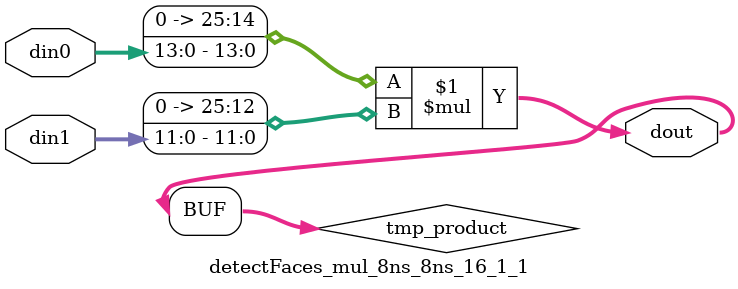
<source format=v>

`timescale 1 ns / 1 ps

 module detectFaces_mul_8ns_8ns_16_1_1(din0, din1, dout);
parameter ID = 1;
parameter NUM_STAGE = 0;
parameter din0_WIDTH = 14;
parameter din1_WIDTH = 12;
parameter dout_WIDTH = 26;

input [din0_WIDTH - 1 : 0] din0; 
input [din1_WIDTH - 1 : 0] din1; 
output [dout_WIDTH - 1 : 0] dout;

wire signed [dout_WIDTH - 1 : 0] tmp_product;
























assign tmp_product = $signed({1'b0, din0}) * $signed({1'b0, din1});











assign dout = tmp_product;





















endmodule

</source>
